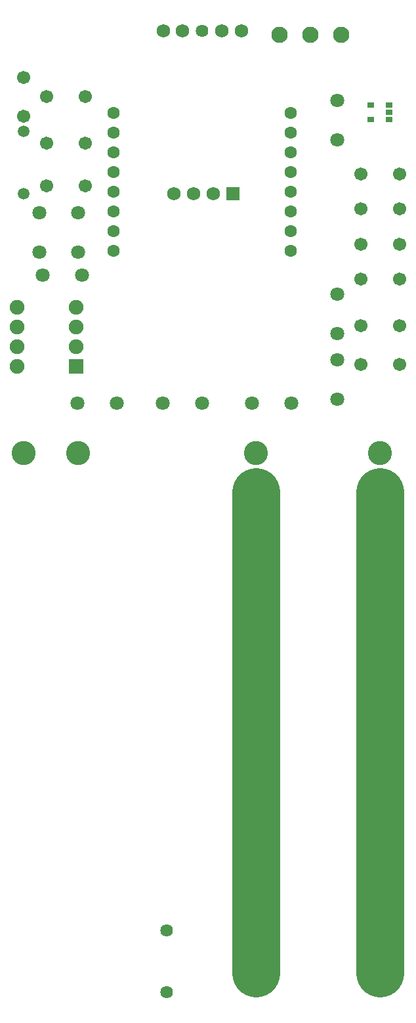
<source format=gts>
G04 Layer: TopSolderMaskLayer*
G04 EasyEDA v6.5.46, 2025-07-26 16:23:32*
G04 7ed6d18b490e47c1a82f07b8cfc49d34,ba325f3f76be48ccbdad7cc867071ff5,10*
G04 Gerber Generator version 0.2*
G04 Scale: 100 percent, Rotated: No, Reflected: No *
G04 Dimensions in millimeters *
G04 leading zeros omitted , absolute positions ,4 integer and 5 decimal *
%FSLAX45Y45*%
%MOMM*%

%AMMACRO1*4,1,8,-0.8041,-0.8636,-0.8636,-0.8041,-0.8636,0.8041,-0.8041,0.8636,0.8041,0.8636,0.8636,0.8041,0.8636,-0.8041,0.8041,-0.8636,-0.8041,-0.8636,0*%
%AMMACRO2*4,1,8,-0.4211,-0.3258,-0.4508,-0.296,-0.4508,0.2961,-0.4211,0.3258,0.421,0.3258,0.4508,0.2961,0.4508,-0.296,0.421,-0.3258,-0.4211,-0.3258,0*%
%AMMACRO3*4,1,8,-0.9207,-0.95,-0.95,-0.9207,-0.95,0.9207,-0.9207,0.95,0.9207,0.95,0.95,0.9207,0.95,-0.9207,0.9207,-0.95,-0.9207,-0.95,0*%
%ADD10C,6.2036*%
%ADD11MACRO1*%
%ADD12C,1.7272*%
%ADD13C,2.1016*%
%ADD14C,1.6256*%
%ADD15C,1.7016*%
%ADD16C,1.8016*%
%ADD17C,1.5000*%
%ADD18C,3.1016*%
%ADD19C,1.6016*%
%ADD20MACRO2*%
%ADD21MACRO3*%
%ADD22C,1.9000*%

%LPD*%
D10*
X3399993Y-6099987D02*
G01*
X3399993Y-12299975D01*
X4999990Y-6099987D02*
G01*
X4999990Y-12299975D01*
D11*
G01*
X3099993Y-2249995D03*
D12*
G01*
X2845993Y-2249995D03*
G01*
X2591993Y-2249995D03*
G01*
X2337993Y-2249995D03*
D13*
G01*
X3699992Y-199999D03*
G01*
X4099991Y-199999D03*
G01*
X4499990Y-199999D03*
D12*
G01*
X2206752Y-150113D03*
G01*
X2453893Y-150113D03*
D14*
G01*
X2707893Y-150113D03*
D12*
G01*
X2961893Y-150113D03*
G01*
X3215893Y-150113D03*
D15*
G01*
X5250002Y-1999995D03*
G01*
X4750003Y-1999995D03*
G01*
X5250002Y-2450007D03*
G01*
X4750003Y-2450007D03*
G01*
X4750003Y-2899994D03*
G01*
X5250002Y-2899994D03*
G01*
X5250002Y-3350005D03*
G01*
X4750003Y-3350005D03*
G01*
X4750003Y-4450003D03*
G01*
X5250002Y-4450003D03*
G01*
X699998Y-2150008D03*
G01*
X1199997Y-2150008D03*
G01*
X699998Y-1599996D03*
G01*
X1199997Y-1599996D03*
G01*
X399999Y-1250010D03*
G01*
X399999Y-750011D03*
G01*
X699998Y-999997D03*
G01*
X1199997Y-999997D03*
G01*
X4750003Y-3950004D03*
G01*
X5250002Y-3950004D03*
D16*
G01*
X4450003Y-1553997D03*
G01*
X4450003Y-1045997D03*
G01*
X4450003Y-4904003D03*
G01*
X4450003Y-4396003D03*
G01*
X645998Y-3299993D03*
G01*
X1153998Y-3299993D03*
G01*
X599998Y-3004007D03*
G01*
X599998Y-2496007D03*
G01*
X1099997Y-3004007D03*
G01*
X1099997Y-2496007D03*
G01*
X1096010Y-4950002D03*
G01*
X1604010Y-4950002D03*
G01*
X2196007Y-4950002D03*
G01*
X2704007Y-4950002D03*
G01*
X3345941Y-4949952D03*
G01*
X3853941Y-4949952D03*
G01*
X4450003Y-4053992D03*
G01*
X4450003Y-3545992D03*
D14*
G01*
X2250008Y-12549987D03*
G01*
X2250008Y-11749989D03*
D17*
G01*
X399999Y-1450009D03*
G01*
X399999Y-2250008D03*
D18*
G01*
X3399993Y-5599988D03*
G01*
X4999990Y-5599988D03*
G01*
X399999Y-5599988D03*
G01*
X1099997Y-5599988D03*
D19*
G01*
X3842994Y-2988995D03*
G01*
X3842994Y-2734995D03*
G01*
X3842994Y-2480995D03*
G01*
X3842994Y-2226995D03*
G01*
X3842994Y-1972995D03*
G01*
X3842994Y-1718995D03*
G01*
X3842994Y-1464995D03*
G01*
X3842994Y-1210995D03*
G01*
X1556994Y-1210995D03*
G01*
X1556994Y-1464995D03*
G01*
X1556994Y-1718995D03*
G01*
X1556994Y-1972995D03*
G01*
X1556994Y-2226995D03*
G01*
X1556994Y-2480995D03*
G01*
X1556994Y-2734995D03*
G01*
X1556994Y-2988995D03*
D20*
G01*
X5119989Y-1104996D03*
G01*
X5119989Y-1199997D03*
G01*
X5119989Y-1294998D03*
G01*
X4879990Y-1294998D03*
G01*
X4879990Y-1104996D03*
D21*
G01*
X1080998Y-4480991D03*
D22*
G01*
X1080998Y-4226991D03*
G01*
X1080998Y-3972991D03*
G01*
X1080998Y-3718991D03*
G01*
X318998Y-3718991D03*
G01*
X318998Y-3972991D03*
G01*
X318998Y-4226991D03*
G01*
X318998Y-4480991D03*
M02*

</source>
